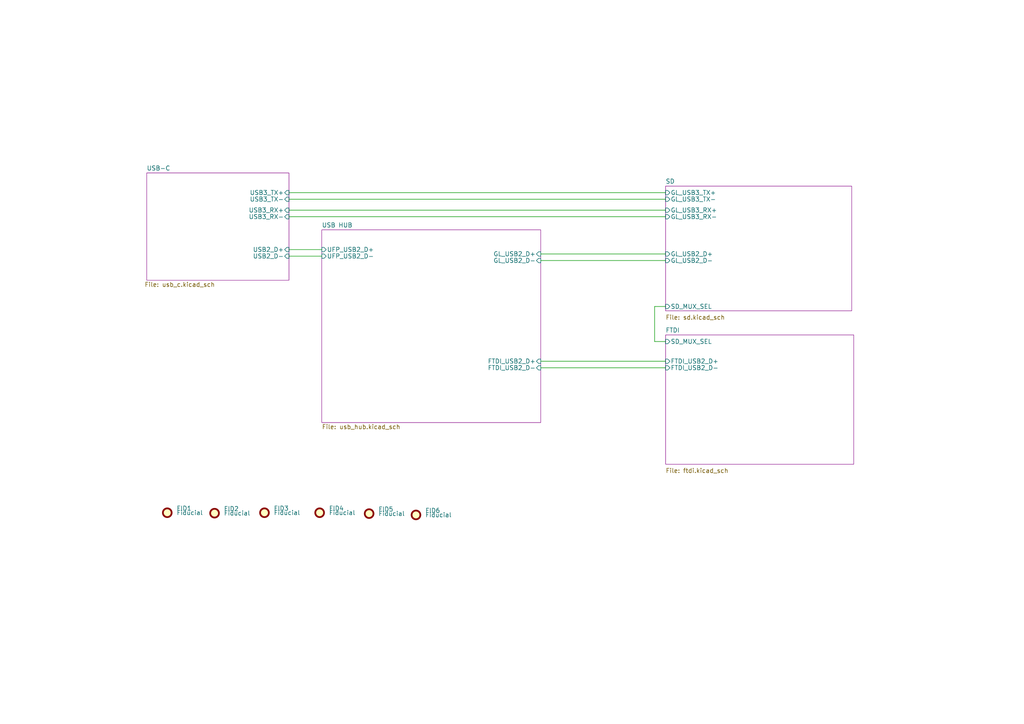
<source format=kicad_sch>
(kicad_sch (version 20201015) (generator eeschema)
  (page 1 5)
  (paper "A4")
  (lib_symbols
    (symbol "Mechanical:Fiducial"
      (property "Reference" "FID" (at 0 5.08 0))
      (property "Value" "Fiducial" (at 0 3.175 0))
      (symbol "Fiducial_0_1"
        (circle (center 0 0) (radius 1.27) (stroke (width 0.508)) (fill (type background)))
      )
    )
  )
  (wire (pts (xy 83.82 55.88) (xy 193.04 55.88)))
  (wire (pts (xy 83.82 57.785) (xy 193.04 57.785)))
  (wire (pts (xy 83.82 60.96) (xy 193.04 60.96)))
  (wire (pts (xy 83.82 62.865) (xy 193.04 62.865)))
  (wire (pts (xy 83.82 72.39) (xy 93.345 72.39)))
  (wire (pts (xy 83.82 74.295) (xy 93.345 74.295)))
  (wire (pts (xy 156.845 73.66) (xy 193.04 73.66)))
  (wire (pts (xy 156.845 75.565) (xy 193.04 75.565)))
  (wire (pts (xy 156.845 104.775) (xy 193.04 104.775)))
  (wire (pts (xy 156.845 106.68) (xy 193.04 106.68)))
  (wire (pts (xy 189.865 88.9) (xy 189.865 99.06)))
  (wire (pts (xy 189.865 99.06) (xy 193.04 99.06)))
  (wire (pts (xy 193.04 88.9) (xy 189.865 88.9)))
  (symbol (lib_id "Mechanical:Fiducial") (at 48.514 148.717 0) (unit 1)
    (property "Reference" "FID1" (at 51.181 147.447 0) (effects (justify left)))
    (property "Value" "Fiducial" (at 51.181 148.717 0) (effects (justify left)))
    (property "Footprint" "Fiducial:Fiducial_0.5mm_Mask1mm" (effects hide))
  )
  (symbol (lib_id "Mechanical:Fiducial") (at 62.23 148.844 0) (unit 1)
    (property "Reference" "FID2" (at 64.897 147.574 0) (effects (justify left)))
    (property "Value" "Fiducial" (at 64.897 148.844 0) (effects (justify left)))
    (property "Footprint" "Fiducial:Fiducial_0.5mm_Mask1mm" (effects hide))
  )
  (symbol (lib_id "Mechanical:Fiducial") (at 76.708 148.717 0) (unit 1)
    (property "Reference" "FID3" (at 79.375 147.447 0) (effects (justify left)))
    (property "Value" "Fiducial" (at 79.375 148.717 0) (effects (justify left)))
    (property "Footprint" "Fiducial:Fiducial_0.5mm_Mask1mm" (effects hide))
  )
  (symbol (lib_id "Mechanical:Fiducial") (at 92.71 148.717 0) (unit 1)
    (property "Reference" "FID4" (at 95.377 147.447 0) (effects (justify left)))
    (property "Value" "Fiducial" (at 95.377 148.717 0) (effects (justify left)))
    (property "Footprint" "Fiducial:Fiducial_0.5mm_Mask1mm" (effects hide))
  )
  (symbol (lib_id "Mechanical:Fiducial") (at 107.061 148.971 0) (unit 1)
    (property "Reference" "FID5" (at 109.728 147.701 0) (effects (justify left)))
    (property "Value" "Fiducial" (at 109.728 148.971 0) (effects (justify left)))
    (property "Footprint" "Fiducial:Fiducial_0.5mm_Mask1mm" (effects hide))
  )
  (symbol (lib_id "Mechanical:Fiducial") (at 120.65 149.352 0) (unit 1)
    (property "Reference" "FID6" (at 123.317 148.082 0) (effects (justify left)))
    (property "Value" "Fiducial" (at 123.317 149.352 0) (effects (justify left)))
    (property "Footprint" "Fiducial:Fiducial_0.5mm_Mask1mm" (effects hide))
  )
  (sheet (at 193.04 97.155) (size 54.61 37.465) (stroke (width 0.001) (color 132 0 132 1)) (fill (color 255 255 255 0.0000))
    (property "Sheet name" "FTDI" (at 193.04 96.5191 0) (effects (justify left bottom)))
    (property "Sheet file" "ftdi.kicad_sch" (at 193.04 135.7639 0) (effects (justify left top)))
    (pin "SD_MUX_SEL" input (at 193.04 99.06 180))
    (pin "FTDI_USB2_D-" input (at 193.04 106.68 180))
    (pin "FTDI_USB2_D+" input (at 193.04 104.775 180))
  )
  (sheet (at 193.04 53.975) (size 53.975 36.195) (stroke (width 0.001) (color 132 0 132 1)) (fill (color 255 255 255 0.0000))
    (property "Sheet name" "SD" (at 193.04 53.3391 0) (effects (justify left bottom)))
    (property "Sheet file" "sd.kicad_sch" (at 193.04 91.3139 0) (effects (justify left top)))
    (pin "GL_USB2_D+" input (at 193.04 73.66 180))
    (pin "GL_USB2_D-" input (at 193.04 75.565 180))
    (pin "SD_MUX_SEL" input (at 193.04 88.9 180))
    (pin "GL_USB3_TX+" input (at 193.04 55.88 180))
    (pin "GL_USB3_RX-" input (at 193.04 62.865 180))
    (pin "GL_USB3_TX-" input (at 193.04 57.785 180))
    (pin "GL_USB3_RX+" input (at 193.04 60.96 180))
  )
  (sheet (at 93.345 66.675) (size 63.5 55.88) (stroke (width 0.001) (color 132 0 132 1)) (fill (color 255 255 255 0.0000))
    (property "Sheet name" "USB HUB" (at 93.345 66.0391 0) (effects (justify left bottom)))
    (property "Sheet file" "usb_hub.kicad_sch" (at 93.345 123.0639 0) (effects (justify left top)))
    (pin "UFP_USB2_D-" input (at 93.345 74.295 180))
    (pin "UFP_USB2_D+" input (at 93.345 72.39 180))
    (pin "GL_USB2_D+" input (at 156.845 73.66 0))
    (pin "GL_USB2_D-" input (at 156.845 75.565 0))
    (pin "FTDI_USB2_D+" input (at 156.845 104.775 0))
    (pin "FTDI_USB2_D-" input (at 156.845 106.68 0))
  )
  (sheet (at 42.545 50.165) (size 41.275 31.115) (stroke (width 0.001) (color 132 0 132 1)) (fill (color 255 255 255 0.0000))
    (property "Sheet name" "USB-C" (at 42.545 49.5291 0) (effects (justify left bottom)))
    (property "Sheet file" "usb_c.kicad_sch" (at 41.91 81.7889 0) (effects (justify left top)))
    (pin "USB2_D+" input (at 83.82 72.39 0))
    (pin "USB2_D-" input (at 83.82 74.295 0))
    (pin "USB3_TX+" input (at 83.82 55.88 0))
    (pin "USB3_RX+" input (at 83.82 60.96 0))
    (pin "USB3_TX-" input (at 83.82 57.785 0))
    (pin "USB3_RX-" input (at 83.82 62.865 0))
  )
)
</source>
